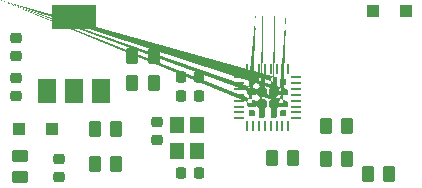
<source format=gbr>
G04 #@! TF.GenerationSoftware,KiCad,Pcbnew,6.0.2+dfsg-1*
G04 #@! TF.CreationDate,2022-03-12T18:16:22-05:00*
G04 #@! TF.ProjectId,PortaNet,506f7274-614e-4657-942e-6b696361645f,rev?*
G04 #@! TF.SameCoordinates,Original*
G04 #@! TF.FileFunction,Paste,Top*
G04 #@! TF.FilePolarity,Positive*
%FSLAX46Y46*%
G04 Gerber Fmt 4.6, Leading zero omitted, Abs format (unit mm)*
G04 Created by KiCad (PCBNEW 6.0.2+dfsg-1) date 2022-03-12 18:16:22*
%MOMM*%
%LPD*%
G01*
G04 APERTURE LIST*
G04 Aperture macros list*
%AMRoundRect*
0 Rectangle with rounded corners*
0 $1 Rounding radius*
0 $2 $3 $4 $5 $6 $7 $8 $9 X,Y pos of 4 corners*
0 Add a 4 corners polygon primitive as box body*
4,1,4,$2,$3,$4,$5,$6,$7,$8,$9,$2,$3,0*
0 Add four circle primitives for the rounded corners*
1,1,$1+$1,$2,$3*
1,1,$1+$1,$4,$5*
1,1,$1+$1,$6,$7*
1,1,$1+$1,$8,$9*
0 Add four rect primitives between the rounded corners*
20,1,$1+$1,$2,$3,$4,$5,0*
20,1,$1+$1,$4,$5,$6,$7,0*
20,1,$1+$1,$6,$7,$8,$9,0*
20,1,$1+$1,$8,$9,$2,$3,0*%
%AMFreePoly0*
4,1,51,0.327450,0.260031,0.331254,0.260702,0.334599,0.258771,0.345896,0.256779,0.363205,0.242255,0.382768,0.230960,0.385451,0.223587,0.391463,0.218543,0.395386,0.196292,0.403113,0.175064,0.403113,-0.103025,0.402175,-0.108344,0.402781,-0.110605,0.401166,-0.114069,0.397869,-0.132767,0.385665,-0.147310,0.377643,-0.164515,0.305603,-0.236554,0.301181,-0.239651,0.300010,-0.241678,
0.296417,-0.242986,0.280864,-0.253876,0.261952,-0.255530,0.244114,-0.262023,-0.244114,-0.262023,-0.249430,-0.261086,-0.251692,-0.261692,-0.255158,-0.260076,-0.273856,-0.256779,-0.288398,-0.244576,-0.305603,-0.236554,-0.377643,-0.164515,-0.380740,-0.160092,-0.382768,-0.158921,-0.384076,-0.155329,-0.394966,-0.139776,-0.396621,-0.120862,-0.403113,-0.103025,-0.403113,0.175064,-0.401121,0.186360,
-0.401792,0.190164,-0.399861,0.193509,-0.397869,0.204806,-0.383345,0.222115,-0.372050,0.241678,-0.364677,0.244361,-0.359633,0.250373,-0.337382,0.254296,-0.316154,0.262023,0.316154,0.262023,0.327450,0.260031,0.327450,0.260031,$1*%
%AMFreePoly1*
4,1,48,0.167798,0.256593,0.185367,0.256593,0.199581,0.246266,0.216293,0.240836,0.226621,0.226621,0.240836,0.216293,0.246266,0.199581,0.256593,0.185367,0.256593,0.167798,0.262023,0.151086,0.262023,-0.059182,0.259257,-0.067696,0.260657,-0.076536,0.248864,-0.099680,0.240836,-0.124389,0.233594,-0.129651,0.229530,-0.137626,0.137626,-0.229530,0.129651,-0.233594,0.124389,-0.240836,
0.099682,-0.248864,0.076537,-0.260657,0.067696,-0.259257,0.059182,-0.262023,-0.151086,-0.262023,-0.167798,-0.256593,-0.185367,-0.256593,-0.199581,-0.246266,-0.216293,-0.240836,-0.226621,-0.226621,-0.240836,-0.216293,-0.246266,-0.199581,-0.256593,-0.185367,-0.256593,-0.167798,-0.262023,-0.151086,-0.262023,0.151086,-0.256593,0.167798,-0.256593,0.185367,-0.246266,0.199581,-0.240836,0.216293,
-0.226621,0.226621,-0.216293,0.240836,-0.199581,0.246266,-0.185367,0.256593,-0.167798,0.256593,-0.151086,0.262023,0.151086,0.262023,0.167798,0.256593,0.167798,0.256593,$1*%
%AMFreePoly2*
4,1,51,0.108341,0.402176,0.110604,0.402782,0.114071,0.401165,0.132767,0.397869,0.147310,0.385666,0.164515,0.377643,0.236554,0.305603,0.239651,0.301181,0.241678,0.300010,0.242986,0.296417,0.253876,0.280864,0.255530,0.261953,0.262023,0.244114,0.262023,-0.244114,0.261086,-0.249430,0.261692,-0.251692,0.260076,-0.255158,0.256779,-0.273856,0.244576,-0.288398,0.236554,-0.305603,
0.164515,-0.377643,0.160092,-0.380740,0.158921,-0.382768,0.155329,-0.384076,0.139776,-0.394966,0.120862,-0.396621,0.103025,-0.403113,-0.175064,-0.403113,-0.186360,-0.401121,-0.190164,-0.401792,-0.193509,-0.399861,-0.204806,-0.397869,-0.222115,-0.383345,-0.241678,-0.372050,-0.244361,-0.364677,-0.250373,-0.359633,-0.254296,-0.337382,-0.262023,-0.316154,-0.262023,0.316154,-0.260031,0.327450,
-0.260702,0.331254,-0.258771,0.334599,-0.256779,0.345896,-0.242255,0.363205,-0.230960,0.382768,-0.223587,0.385451,-0.218543,0.391463,-0.196292,0.395386,-0.175064,0.403113,0.103025,0.403113,0.108341,0.402176,0.108341,0.402176,$1*%
%AMFreePoly3*
4,1,48,0.067696,0.259257,0.076537,0.260657,0.099682,0.248864,0.124389,0.240836,0.129651,0.233594,0.137626,0.229530,0.229530,0.137626,0.233594,0.129651,0.240836,0.124389,0.248864,0.099680,0.260657,0.076536,0.259257,0.067696,0.262023,0.059182,0.262023,-0.151086,0.256593,-0.167798,0.256593,-0.185367,0.246266,-0.199581,0.240836,-0.216293,0.226621,-0.226621,0.216293,-0.240836,
0.199581,-0.246266,0.185367,-0.256593,0.167798,-0.256593,0.151086,-0.262023,-0.151086,-0.262023,-0.167798,-0.256593,-0.185367,-0.256593,-0.199581,-0.246266,-0.216293,-0.240836,-0.226621,-0.226621,-0.240836,-0.216293,-0.246266,-0.199581,-0.256593,-0.185367,-0.256593,-0.167798,-0.262023,-0.151086,-0.262023,0.151086,-0.256593,0.167798,-0.256593,0.185367,-0.246266,0.199581,-0.240836,0.216293,
-0.226621,0.226621,-0.216293,0.240836,-0.199581,0.246266,-0.185367,0.256593,-0.167798,0.256593,-0.151086,0.262023,0.059182,0.262023,0.067696,0.259257,0.067696,0.259257,$1*%
%AMFreePoly4*
4,1,51,0.186360,0.401121,0.190164,0.401792,0.193509,0.399861,0.204806,0.397869,0.222115,0.383345,0.241678,0.372050,0.244361,0.364677,0.250373,0.359633,0.254296,0.337382,0.262023,0.316154,0.262023,-0.316154,0.260031,-0.327450,0.260702,-0.331254,0.258771,-0.334599,0.256779,-0.345896,0.242255,-0.363205,0.230960,-0.382768,0.223587,-0.385451,0.218543,-0.391463,0.196292,-0.395386,
0.175064,-0.403113,-0.103025,-0.403113,-0.108344,-0.402175,-0.110605,-0.402781,-0.114069,-0.401166,-0.132767,-0.397869,-0.147310,-0.385665,-0.164515,-0.377643,-0.236554,-0.305603,-0.239651,-0.301181,-0.241678,-0.300010,-0.242986,-0.296417,-0.253876,-0.280864,-0.255530,-0.261952,-0.262023,-0.244114,-0.262023,0.244114,-0.261086,0.249430,-0.261692,0.251692,-0.260076,0.255158,-0.256779,0.273856,
-0.244576,0.288398,-0.236554,0.305603,-0.164515,0.377643,-0.160092,0.380740,-0.158921,0.382768,-0.155329,0.384076,-0.139776,0.394966,-0.120862,0.396621,-0.103025,0.403113,0.175064,0.403113,0.186360,0.401121,0.186360,0.401121,$1*%
%AMFreePoly5*
4,1,51,0.249430,0.261086,0.251692,0.261692,0.255158,0.260076,0.273856,0.256779,0.288398,0.244576,0.305603,0.236554,0.377643,0.164515,0.380740,0.160092,0.382768,0.158921,0.384076,0.155329,0.394966,0.139776,0.396621,0.120862,0.403113,0.103025,0.403113,-0.175064,0.401121,-0.186360,0.401792,-0.190164,0.399861,-0.193509,0.397869,-0.204806,0.383345,-0.222115,0.372050,-0.241678,
0.364677,-0.244361,0.359633,-0.250373,0.337382,-0.254296,0.316154,-0.262023,-0.316154,-0.262023,-0.327450,-0.260031,-0.331254,-0.260702,-0.334599,-0.258771,-0.345896,-0.256779,-0.363205,-0.242255,-0.382768,-0.230960,-0.385451,-0.223587,-0.391463,-0.218543,-0.395386,-0.196292,-0.403113,-0.175064,-0.403113,0.103025,-0.402176,0.108341,-0.402782,0.110604,-0.401165,0.114071,-0.397869,0.132767,
-0.385666,0.147310,-0.377643,0.164515,-0.305603,0.236554,-0.301181,0.239651,-0.300010,0.241678,-0.296417,0.242986,-0.280864,0.253876,-0.261953,0.255530,-0.244114,0.262023,0.244114,0.262023,0.249430,0.261086,0.249430,0.261086,$1*%
%AMFreePoly6*
4,1,48,0.167798,0.256593,0.185367,0.256593,0.199581,0.246266,0.216293,0.240836,0.226621,0.226621,0.240836,0.216293,0.246266,0.199581,0.256593,0.185367,0.256593,0.167798,0.262023,0.151086,0.262023,-0.151086,0.256593,-0.167798,0.256593,-0.185367,0.246266,-0.199581,0.240836,-0.216293,0.226621,-0.226621,0.216293,-0.240836,0.199581,-0.246266,0.185367,-0.256593,0.167798,-0.256593,
0.151086,-0.262023,-0.059182,-0.262023,-0.067696,-0.259257,-0.076536,-0.260657,-0.099680,-0.248864,-0.124389,-0.240836,-0.129651,-0.233594,-0.137626,-0.229530,-0.229530,-0.137626,-0.233594,-0.129651,-0.240836,-0.124389,-0.248864,-0.099682,-0.260657,-0.076537,-0.259257,-0.067696,-0.262023,-0.059182,-0.262023,0.151086,-0.256593,0.167798,-0.256593,0.185367,-0.246266,0.199581,-0.240836,0.216293,
-0.226621,0.226621,-0.216293,0.240836,-0.199581,0.246266,-0.185367,0.256593,-0.167798,0.256593,-0.151086,0.262023,0.151086,0.262023,0.167798,0.256593,0.167798,0.256593,$1*%
%AMFreePoly7*
4,1,48,0.167798,0.256593,0.185367,0.256593,0.199581,0.246266,0.216293,0.240836,0.226621,0.226621,0.240836,0.216293,0.246266,0.199581,0.256593,0.185367,0.256593,0.167798,0.262023,0.151086,0.262023,-0.151086,0.256593,-0.167798,0.256593,-0.185367,0.246266,-0.199581,0.240836,-0.216293,0.226621,-0.226621,0.216293,-0.240836,0.199581,-0.246266,0.185367,-0.256593,0.167798,-0.256593,
0.151086,-0.262023,-0.151086,-0.262023,-0.167798,-0.256593,-0.185367,-0.256593,-0.199581,-0.246266,-0.216293,-0.240836,-0.226621,-0.226621,-0.240836,-0.216293,-0.246266,-0.199581,-0.256593,-0.185367,-0.256593,-0.167798,-0.262023,-0.151086,-0.262023,0.059182,-0.259257,0.067696,-0.260657,0.076537,-0.248864,0.099682,-0.240836,0.124389,-0.233594,0.129651,-0.229530,0.137626,-0.137626,0.229530,
-0.129651,0.233594,-0.124389,0.240836,-0.099680,0.248864,-0.076536,0.260657,-0.067696,0.259257,-0.059182,0.262023,0.151086,0.262023,0.167798,0.256593,0.167798,0.256593,$1*%
G04 Aperture macros list end*
%ADD10RoundRect,0.218750X0.218750X0.256250X-0.218750X0.256250X-0.218750X-0.256250X0.218750X-0.256250X0*%
%ADD11RoundRect,0.187500X0.687500X0.187500X-0.687500X0.187500X-0.687500X-0.187500X0.687500X-0.187500X0*%
%ADD12RoundRect,0.250000X-0.262500X-0.450000X0.262500X-0.450000X0.262500X0.450000X-0.262500X0.450000X0*%
%ADD13RoundRect,0.225000X0.225000X0.250000X-0.225000X0.250000X-0.225000X-0.250000X0.225000X-0.250000X0*%
%ADD14RoundRect,0.250000X0.262500X0.450000X-0.262500X0.450000X-0.262500X-0.450000X0.262500X-0.450000X0*%
%ADD15FreePoly0,90.000000*%
%ADD16RoundRect,0.201557X0.201556X-0.201556X0.201556X0.201556X-0.201556X0.201556X-0.201556X-0.201556X0*%
%ADD17FreePoly1,90.000000*%
%ADD18FreePoly2,90.000000*%
%ADD19FreePoly3,90.000000*%
%ADD20FreePoly4,90.000000*%
%ADD21FreePoly5,90.000000*%
%ADD22FreePoly6,90.000000*%
%ADD23FreePoly7,90.000000*%
%ADD24RoundRect,0.062500X0.062500X-0.375000X0.062500X0.375000X-0.062500X0.375000X-0.062500X-0.375000X0*%
%ADD25RoundRect,0.062500X0.375000X-0.062500X0.375000X0.062500X-0.375000X0.062500X-0.375000X-0.062500X0*%
%ADD26RoundRect,0.225000X-0.250000X0.225000X-0.250000X-0.225000X0.250000X-0.225000X0.250000X0.225000X0*%
%ADD27RoundRect,0.218750X0.256250X-0.218750X0.256250X0.218750X-0.256250X0.218750X-0.256250X-0.218750X0*%
%ADD28R,1.500000X2.000000*%
%ADD29R,3.800000X2.000000*%
%ADD30R,1.100000X1.100000*%
%ADD31R,1.200000X1.400000*%
%ADD32RoundRect,0.250000X0.450000X-0.262500X0.450000X0.262500X-0.450000X0.262500X-0.450000X-0.262500X0*%
%ADD33RoundRect,0.225000X0.250000X-0.225000X0.250000X0.225000X-0.250000X0.225000X-0.250000X-0.225000X0*%
G04 APERTURE END LIST*
D10*
X167284500Y-66802000D03*
X165709500Y-66802000D03*
D11*
X166089000Y-78041500D03*
X166089000Y-74841500D03*
D12*
X136755500Y-74168000D03*
X138580500Y-74168000D03*
D13*
X145555000Y-71374000D03*
X144005000Y-71374000D03*
D12*
X136755500Y-77089000D03*
X138580500Y-77089000D03*
D13*
X145555000Y-69723000D03*
X144005000Y-69723000D03*
D14*
X167282500Y-64770000D03*
X165457500Y-64770000D03*
X161694500Y-77978000D03*
X159869500Y-77978000D03*
D15*
X150059000Y-71001000D03*
D16*
X150884000Y-71001000D03*
D15*
X150059000Y-72001000D03*
D16*
X151884000Y-72001000D03*
D17*
X150059000Y-72826000D03*
D18*
X150884000Y-72826000D03*
D19*
X152709000Y-72826000D03*
D20*
X151884000Y-70176000D03*
X150884000Y-70176000D03*
D16*
X151884000Y-71001000D03*
D21*
X152709000Y-72001000D03*
D22*
X150059000Y-70176000D03*
D18*
X151884000Y-72826000D03*
D21*
X152709000Y-71001000D03*
D16*
X150884000Y-72001000D03*
D23*
X152709000Y-70176000D03*
D24*
X149634000Y-73938500D03*
X150134000Y-73938500D03*
X150634000Y-73938500D03*
X151134000Y-73938500D03*
X151634000Y-73938500D03*
X152134000Y-73938500D03*
X152634000Y-73938500D03*
X153134000Y-73938500D03*
D25*
X153821500Y-73251000D03*
X153821500Y-72751000D03*
X153821500Y-72251000D03*
X153821500Y-71751000D03*
X153821500Y-71251000D03*
X153821500Y-70751000D03*
X153821500Y-70251000D03*
X153821500Y-69751000D03*
D24*
X153134000Y-69063500D03*
X152634000Y-69063500D03*
X152134000Y-69063500D03*
X151634000Y-69063500D03*
X151134000Y-69063500D03*
X150634000Y-69063500D03*
X150134000Y-69063500D03*
X149634000Y-69063500D03*
D25*
X148946500Y-69751000D03*
X148946500Y-70251000D03*
X148946500Y-70751000D03*
X148946500Y-71251000D03*
X148946500Y-71751000D03*
X148946500Y-72251000D03*
X148946500Y-72751000D03*
X148946500Y-73251000D03*
D26*
X130048000Y-69837000D03*
X130048000Y-71387000D03*
D12*
X156313500Y-73914000D03*
X158138500Y-73914000D03*
D27*
X133731000Y-78257500D03*
X133731000Y-76682500D03*
D28*
X132701000Y-70968000D03*
X135001000Y-70968000D03*
D29*
X135001000Y-64668000D03*
D28*
X137301000Y-70968000D03*
D14*
X141755500Y-67945000D03*
X139930500Y-67945000D03*
D30*
X163071000Y-64135000D03*
X160271000Y-64135000D03*
D14*
X158138500Y-76708000D03*
X156313500Y-76708000D03*
D31*
X143676000Y-73830000D03*
X143676000Y-76030000D03*
X145376000Y-76030000D03*
X145376000Y-73830000D03*
D13*
X145555000Y-77851000D03*
X144005000Y-77851000D03*
D32*
X130429000Y-78255500D03*
X130429000Y-76430500D03*
D12*
X139930500Y-70231000D03*
X141755500Y-70231000D03*
D26*
X141986000Y-73520000D03*
X141986000Y-75070000D03*
D33*
X130048000Y-67958000D03*
X130048000Y-66408000D03*
D30*
X133099000Y-74168000D03*
X130299000Y-74168000D03*
D14*
X153566500Y-76581000D03*
X151741500Y-76581000D03*
M02*

</source>
